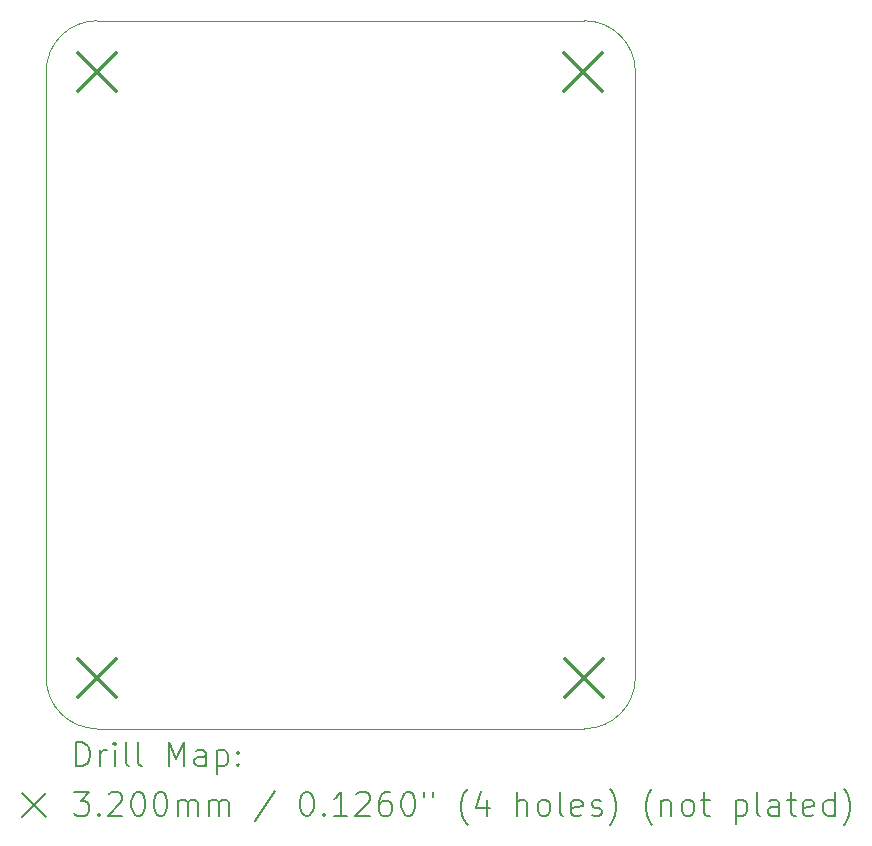
<source format=gbr>
%TF.GenerationSoftware,KiCad,Pcbnew,7.0.9*%
%TF.CreationDate,2023-12-28T10:44:23-05:00*%
%TF.ProjectId,esp32_sensor_node,65737033-325f-4736-956e-736f725f6e6f,rev?*%
%TF.SameCoordinates,Original*%
%TF.FileFunction,Drillmap*%
%TF.FilePolarity,Positive*%
%FSLAX45Y45*%
G04 Gerber Fmt 4.5, Leading zero omitted, Abs format (unit mm)*
G04 Created by KiCad (PCBNEW 7.0.9) date 2023-12-28 10:44:23*
%MOMM*%
%LPD*%
G01*
G04 APERTURE LIST*
%ADD10C,0.100000*%
%ADD11C,0.200000*%
%ADD12C,0.320000*%
G04 APERTURE END LIST*
D10*
X6995000Y-2438400D02*
G75*
G03*
X6563200Y-2006600I-431800J0D01*
G01*
X2006600Y-7569200D02*
X2006600Y-2438400D01*
X2438400Y-2006600D02*
G75*
G03*
X2006600Y-2438400I0J-431800D01*
G01*
X2006600Y-7569200D02*
G75*
G03*
X2438400Y-8001000I431800J0D01*
G01*
X6563200Y-2006600D02*
X2438400Y-2006600D01*
X6995000Y-7569200D02*
X6995000Y-2438400D01*
X2438400Y-8001000D02*
X6563200Y-8001000D01*
X6563200Y-8001000D02*
G75*
G03*
X6995000Y-7569200I0J431800D01*
G01*
D11*
D12*
X2278400Y-2278400D02*
X2598400Y-2598400D01*
X2598400Y-2278400D02*
X2278400Y-2598400D01*
X2278400Y-7409200D02*
X2598400Y-7729200D01*
X2598400Y-7409200D02*
X2278400Y-7729200D01*
X6393200Y-2278400D02*
X6713200Y-2598400D01*
X6713200Y-2278400D02*
X6393200Y-2598400D01*
X6403200Y-7409200D02*
X6723200Y-7729200D01*
X6723200Y-7409200D02*
X6403200Y-7729200D01*
D11*
X2262377Y-8317484D02*
X2262377Y-8117484D01*
X2262377Y-8117484D02*
X2309996Y-8117484D01*
X2309996Y-8117484D02*
X2338567Y-8127008D01*
X2338567Y-8127008D02*
X2357615Y-8146055D01*
X2357615Y-8146055D02*
X2367139Y-8165103D01*
X2367139Y-8165103D02*
X2376663Y-8203198D01*
X2376663Y-8203198D02*
X2376663Y-8231769D01*
X2376663Y-8231769D02*
X2367139Y-8269865D01*
X2367139Y-8269865D02*
X2357615Y-8288912D01*
X2357615Y-8288912D02*
X2338567Y-8307960D01*
X2338567Y-8307960D02*
X2309996Y-8317484D01*
X2309996Y-8317484D02*
X2262377Y-8317484D01*
X2462377Y-8317484D02*
X2462377Y-8184150D01*
X2462377Y-8222246D02*
X2471901Y-8203198D01*
X2471901Y-8203198D02*
X2481424Y-8193674D01*
X2481424Y-8193674D02*
X2500472Y-8184150D01*
X2500472Y-8184150D02*
X2519520Y-8184150D01*
X2586186Y-8317484D02*
X2586186Y-8184150D01*
X2586186Y-8117484D02*
X2576663Y-8127008D01*
X2576663Y-8127008D02*
X2586186Y-8136531D01*
X2586186Y-8136531D02*
X2595710Y-8127008D01*
X2595710Y-8127008D02*
X2586186Y-8117484D01*
X2586186Y-8117484D02*
X2586186Y-8136531D01*
X2709996Y-8317484D02*
X2690948Y-8307960D01*
X2690948Y-8307960D02*
X2681424Y-8288912D01*
X2681424Y-8288912D02*
X2681424Y-8117484D01*
X2814758Y-8317484D02*
X2795710Y-8307960D01*
X2795710Y-8307960D02*
X2786186Y-8288912D01*
X2786186Y-8288912D02*
X2786186Y-8117484D01*
X3043329Y-8317484D02*
X3043329Y-8117484D01*
X3043329Y-8117484D02*
X3109996Y-8260341D01*
X3109996Y-8260341D02*
X3176662Y-8117484D01*
X3176662Y-8117484D02*
X3176662Y-8317484D01*
X3357615Y-8317484D02*
X3357615Y-8212722D01*
X3357615Y-8212722D02*
X3348091Y-8193674D01*
X3348091Y-8193674D02*
X3329043Y-8184150D01*
X3329043Y-8184150D02*
X3290948Y-8184150D01*
X3290948Y-8184150D02*
X3271901Y-8193674D01*
X3357615Y-8307960D02*
X3338567Y-8317484D01*
X3338567Y-8317484D02*
X3290948Y-8317484D01*
X3290948Y-8317484D02*
X3271901Y-8307960D01*
X3271901Y-8307960D02*
X3262377Y-8288912D01*
X3262377Y-8288912D02*
X3262377Y-8269865D01*
X3262377Y-8269865D02*
X3271901Y-8250817D01*
X3271901Y-8250817D02*
X3290948Y-8241293D01*
X3290948Y-8241293D02*
X3338567Y-8241293D01*
X3338567Y-8241293D02*
X3357615Y-8231769D01*
X3452853Y-8184150D02*
X3452853Y-8384150D01*
X3452853Y-8193674D02*
X3471901Y-8184150D01*
X3471901Y-8184150D02*
X3509996Y-8184150D01*
X3509996Y-8184150D02*
X3529043Y-8193674D01*
X3529043Y-8193674D02*
X3538567Y-8203198D01*
X3538567Y-8203198D02*
X3548091Y-8222246D01*
X3548091Y-8222246D02*
X3548091Y-8279388D01*
X3548091Y-8279388D02*
X3538567Y-8298436D01*
X3538567Y-8298436D02*
X3529043Y-8307960D01*
X3529043Y-8307960D02*
X3509996Y-8317484D01*
X3509996Y-8317484D02*
X3471901Y-8317484D01*
X3471901Y-8317484D02*
X3452853Y-8307960D01*
X3633805Y-8298436D02*
X3643329Y-8307960D01*
X3643329Y-8307960D02*
X3633805Y-8317484D01*
X3633805Y-8317484D02*
X3624282Y-8307960D01*
X3624282Y-8307960D02*
X3633805Y-8298436D01*
X3633805Y-8298436D02*
X3633805Y-8317484D01*
X3633805Y-8193674D02*
X3643329Y-8203198D01*
X3643329Y-8203198D02*
X3633805Y-8212722D01*
X3633805Y-8212722D02*
X3624282Y-8203198D01*
X3624282Y-8203198D02*
X3633805Y-8193674D01*
X3633805Y-8193674D02*
X3633805Y-8212722D01*
X1801600Y-8546000D02*
X2001600Y-8746000D01*
X2001600Y-8546000D02*
X1801600Y-8746000D01*
X2243329Y-8537484D02*
X2367139Y-8537484D01*
X2367139Y-8537484D02*
X2300472Y-8613674D01*
X2300472Y-8613674D02*
X2329044Y-8613674D01*
X2329044Y-8613674D02*
X2348091Y-8623198D01*
X2348091Y-8623198D02*
X2357615Y-8632722D01*
X2357615Y-8632722D02*
X2367139Y-8651770D01*
X2367139Y-8651770D02*
X2367139Y-8699389D01*
X2367139Y-8699389D02*
X2357615Y-8718436D01*
X2357615Y-8718436D02*
X2348091Y-8727960D01*
X2348091Y-8727960D02*
X2329044Y-8737484D01*
X2329044Y-8737484D02*
X2271901Y-8737484D01*
X2271901Y-8737484D02*
X2252853Y-8727960D01*
X2252853Y-8727960D02*
X2243329Y-8718436D01*
X2452853Y-8718436D02*
X2462377Y-8727960D01*
X2462377Y-8727960D02*
X2452853Y-8737484D01*
X2452853Y-8737484D02*
X2443329Y-8727960D01*
X2443329Y-8727960D02*
X2452853Y-8718436D01*
X2452853Y-8718436D02*
X2452853Y-8737484D01*
X2538567Y-8556531D02*
X2548091Y-8547008D01*
X2548091Y-8547008D02*
X2567139Y-8537484D01*
X2567139Y-8537484D02*
X2614758Y-8537484D01*
X2614758Y-8537484D02*
X2633805Y-8547008D01*
X2633805Y-8547008D02*
X2643329Y-8556531D01*
X2643329Y-8556531D02*
X2652853Y-8575579D01*
X2652853Y-8575579D02*
X2652853Y-8594627D01*
X2652853Y-8594627D02*
X2643329Y-8623198D01*
X2643329Y-8623198D02*
X2529044Y-8737484D01*
X2529044Y-8737484D02*
X2652853Y-8737484D01*
X2776663Y-8537484D02*
X2795710Y-8537484D01*
X2795710Y-8537484D02*
X2814758Y-8547008D01*
X2814758Y-8547008D02*
X2824282Y-8556531D01*
X2824282Y-8556531D02*
X2833805Y-8575579D01*
X2833805Y-8575579D02*
X2843329Y-8613674D01*
X2843329Y-8613674D02*
X2843329Y-8661293D01*
X2843329Y-8661293D02*
X2833805Y-8699389D01*
X2833805Y-8699389D02*
X2824282Y-8718436D01*
X2824282Y-8718436D02*
X2814758Y-8727960D01*
X2814758Y-8727960D02*
X2795710Y-8737484D01*
X2795710Y-8737484D02*
X2776663Y-8737484D01*
X2776663Y-8737484D02*
X2757615Y-8727960D01*
X2757615Y-8727960D02*
X2748091Y-8718436D01*
X2748091Y-8718436D02*
X2738567Y-8699389D01*
X2738567Y-8699389D02*
X2729044Y-8661293D01*
X2729044Y-8661293D02*
X2729044Y-8613674D01*
X2729044Y-8613674D02*
X2738567Y-8575579D01*
X2738567Y-8575579D02*
X2748091Y-8556531D01*
X2748091Y-8556531D02*
X2757615Y-8547008D01*
X2757615Y-8547008D02*
X2776663Y-8537484D01*
X2967139Y-8537484D02*
X2986186Y-8537484D01*
X2986186Y-8537484D02*
X3005234Y-8547008D01*
X3005234Y-8547008D02*
X3014758Y-8556531D01*
X3014758Y-8556531D02*
X3024282Y-8575579D01*
X3024282Y-8575579D02*
X3033805Y-8613674D01*
X3033805Y-8613674D02*
X3033805Y-8661293D01*
X3033805Y-8661293D02*
X3024282Y-8699389D01*
X3024282Y-8699389D02*
X3014758Y-8718436D01*
X3014758Y-8718436D02*
X3005234Y-8727960D01*
X3005234Y-8727960D02*
X2986186Y-8737484D01*
X2986186Y-8737484D02*
X2967139Y-8737484D01*
X2967139Y-8737484D02*
X2948091Y-8727960D01*
X2948091Y-8727960D02*
X2938567Y-8718436D01*
X2938567Y-8718436D02*
X2929043Y-8699389D01*
X2929043Y-8699389D02*
X2919520Y-8661293D01*
X2919520Y-8661293D02*
X2919520Y-8613674D01*
X2919520Y-8613674D02*
X2929043Y-8575579D01*
X2929043Y-8575579D02*
X2938567Y-8556531D01*
X2938567Y-8556531D02*
X2948091Y-8547008D01*
X2948091Y-8547008D02*
X2967139Y-8537484D01*
X3119520Y-8737484D02*
X3119520Y-8604150D01*
X3119520Y-8623198D02*
X3129043Y-8613674D01*
X3129043Y-8613674D02*
X3148091Y-8604150D01*
X3148091Y-8604150D02*
X3176663Y-8604150D01*
X3176663Y-8604150D02*
X3195710Y-8613674D01*
X3195710Y-8613674D02*
X3205234Y-8632722D01*
X3205234Y-8632722D02*
X3205234Y-8737484D01*
X3205234Y-8632722D02*
X3214758Y-8613674D01*
X3214758Y-8613674D02*
X3233805Y-8604150D01*
X3233805Y-8604150D02*
X3262377Y-8604150D01*
X3262377Y-8604150D02*
X3281424Y-8613674D01*
X3281424Y-8613674D02*
X3290948Y-8632722D01*
X3290948Y-8632722D02*
X3290948Y-8737484D01*
X3386186Y-8737484D02*
X3386186Y-8604150D01*
X3386186Y-8623198D02*
X3395710Y-8613674D01*
X3395710Y-8613674D02*
X3414758Y-8604150D01*
X3414758Y-8604150D02*
X3443329Y-8604150D01*
X3443329Y-8604150D02*
X3462377Y-8613674D01*
X3462377Y-8613674D02*
X3471901Y-8632722D01*
X3471901Y-8632722D02*
X3471901Y-8737484D01*
X3471901Y-8632722D02*
X3481424Y-8613674D01*
X3481424Y-8613674D02*
X3500472Y-8604150D01*
X3500472Y-8604150D02*
X3529043Y-8604150D01*
X3529043Y-8604150D02*
X3548091Y-8613674D01*
X3548091Y-8613674D02*
X3557615Y-8632722D01*
X3557615Y-8632722D02*
X3557615Y-8737484D01*
X3948091Y-8527960D02*
X3776663Y-8785103D01*
X4205234Y-8537484D02*
X4224282Y-8537484D01*
X4224282Y-8537484D02*
X4243329Y-8547008D01*
X4243329Y-8547008D02*
X4252853Y-8556531D01*
X4252853Y-8556531D02*
X4262377Y-8575579D01*
X4262377Y-8575579D02*
X4271901Y-8613674D01*
X4271901Y-8613674D02*
X4271901Y-8661293D01*
X4271901Y-8661293D02*
X4262377Y-8699389D01*
X4262377Y-8699389D02*
X4252853Y-8718436D01*
X4252853Y-8718436D02*
X4243329Y-8727960D01*
X4243329Y-8727960D02*
X4224282Y-8737484D01*
X4224282Y-8737484D02*
X4205234Y-8737484D01*
X4205234Y-8737484D02*
X4186186Y-8727960D01*
X4186186Y-8727960D02*
X4176663Y-8718436D01*
X4176663Y-8718436D02*
X4167139Y-8699389D01*
X4167139Y-8699389D02*
X4157615Y-8661293D01*
X4157615Y-8661293D02*
X4157615Y-8613674D01*
X4157615Y-8613674D02*
X4167139Y-8575579D01*
X4167139Y-8575579D02*
X4176663Y-8556531D01*
X4176663Y-8556531D02*
X4186186Y-8547008D01*
X4186186Y-8547008D02*
X4205234Y-8537484D01*
X4357615Y-8718436D02*
X4367139Y-8727960D01*
X4367139Y-8727960D02*
X4357615Y-8737484D01*
X4357615Y-8737484D02*
X4348091Y-8727960D01*
X4348091Y-8727960D02*
X4357615Y-8718436D01*
X4357615Y-8718436D02*
X4357615Y-8737484D01*
X4557615Y-8737484D02*
X4443329Y-8737484D01*
X4500472Y-8737484D02*
X4500472Y-8537484D01*
X4500472Y-8537484D02*
X4481425Y-8566055D01*
X4481425Y-8566055D02*
X4462377Y-8585103D01*
X4462377Y-8585103D02*
X4443329Y-8594627D01*
X4633806Y-8556531D02*
X4643329Y-8547008D01*
X4643329Y-8547008D02*
X4662377Y-8537484D01*
X4662377Y-8537484D02*
X4709996Y-8537484D01*
X4709996Y-8537484D02*
X4729044Y-8547008D01*
X4729044Y-8547008D02*
X4738568Y-8556531D01*
X4738568Y-8556531D02*
X4748091Y-8575579D01*
X4748091Y-8575579D02*
X4748091Y-8594627D01*
X4748091Y-8594627D02*
X4738568Y-8623198D01*
X4738568Y-8623198D02*
X4624282Y-8737484D01*
X4624282Y-8737484D02*
X4748091Y-8737484D01*
X4919520Y-8537484D02*
X4881425Y-8537484D01*
X4881425Y-8537484D02*
X4862377Y-8547008D01*
X4862377Y-8547008D02*
X4852853Y-8556531D01*
X4852853Y-8556531D02*
X4833806Y-8585103D01*
X4833806Y-8585103D02*
X4824282Y-8623198D01*
X4824282Y-8623198D02*
X4824282Y-8699389D01*
X4824282Y-8699389D02*
X4833806Y-8718436D01*
X4833806Y-8718436D02*
X4843329Y-8727960D01*
X4843329Y-8727960D02*
X4862377Y-8737484D01*
X4862377Y-8737484D02*
X4900472Y-8737484D01*
X4900472Y-8737484D02*
X4919520Y-8727960D01*
X4919520Y-8727960D02*
X4929044Y-8718436D01*
X4929044Y-8718436D02*
X4938568Y-8699389D01*
X4938568Y-8699389D02*
X4938568Y-8651770D01*
X4938568Y-8651770D02*
X4929044Y-8632722D01*
X4929044Y-8632722D02*
X4919520Y-8623198D01*
X4919520Y-8623198D02*
X4900472Y-8613674D01*
X4900472Y-8613674D02*
X4862377Y-8613674D01*
X4862377Y-8613674D02*
X4843329Y-8623198D01*
X4843329Y-8623198D02*
X4833806Y-8632722D01*
X4833806Y-8632722D02*
X4824282Y-8651770D01*
X5062377Y-8537484D02*
X5081425Y-8537484D01*
X5081425Y-8537484D02*
X5100472Y-8547008D01*
X5100472Y-8547008D02*
X5109996Y-8556531D01*
X5109996Y-8556531D02*
X5119520Y-8575579D01*
X5119520Y-8575579D02*
X5129044Y-8613674D01*
X5129044Y-8613674D02*
X5129044Y-8661293D01*
X5129044Y-8661293D02*
X5119520Y-8699389D01*
X5119520Y-8699389D02*
X5109996Y-8718436D01*
X5109996Y-8718436D02*
X5100472Y-8727960D01*
X5100472Y-8727960D02*
X5081425Y-8737484D01*
X5081425Y-8737484D02*
X5062377Y-8737484D01*
X5062377Y-8737484D02*
X5043329Y-8727960D01*
X5043329Y-8727960D02*
X5033806Y-8718436D01*
X5033806Y-8718436D02*
X5024282Y-8699389D01*
X5024282Y-8699389D02*
X5014758Y-8661293D01*
X5014758Y-8661293D02*
X5014758Y-8613674D01*
X5014758Y-8613674D02*
X5024282Y-8575579D01*
X5024282Y-8575579D02*
X5033806Y-8556531D01*
X5033806Y-8556531D02*
X5043329Y-8547008D01*
X5043329Y-8547008D02*
X5062377Y-8537484D01*
X5205234Y-8537484D02*
X5205234Y-8575579D01*
X5281425Y-8537484D02*
X5281425Y-8575579D01*
X5576663Y-8813674D02*
X5567139Y-8804150D01*
X5567139Y-8804150D02*
X5548091Y-8775579D01*
X5548091Y-8775579D02*
X5538568Y-8756531D01*
X5538568Y-8756531D02*
X5529044Y-8727960D01*
X5529044Y-8727960D02*
X5519520Y-8680341D01*
X5519520Y-8680341D02*
X5519520Y-8642246D01*
X5519520Y-8642246D02*
X5529044Y-8594627D01*
X5529044Y-8594627D02*
X5538568Y-8566055D01*
X5538568Y-8566055D02*
X5548091Y-8547008D01*
X5548091Y-8547008D02*
X5567139Y-8518436D01*
X5567139Y-8518436D02*
X5576663Y-8508912D01*
X5738568Y-8604150D02*
X5738568Y-8737484D01*
X5690948Y-8527960D02*
X5643329Y-8670817D01*
X5643329Y-8670817D02*
X5767139Y-8670817D01*
X5995710Y-8737484D02*
X5995710Y-8537484D01*
X6081425Y-8737484D02*
X6081425Y-8632722D01*
X6081425Y-8632722D02*
X6071901Y-8613674D01*
X6071901Y-8613674D02*
X6052853Y-8604150D01*
X6052853Y-8604150D02*
X6024282Y-8604150D01*
X6024282Y-8604150D02*
X6005234Y-8613674D01*
X6005234Y-8613674D02*
X5995710Y-8623198D01*
X6205234Y-8737484D02*
X6186187Y-8727960D01*
X6186187Y-8727960D02*
X6176663Y-8718436D01*
X6176663Y-8718436D02*
X6167139Y-8699389D01*
X6167139Y-8699389D02*
X6167139Y-8642246D01*
X6167139Y-8642246D02*
X6176663Y-8623198D01*
X6176663Y-8623198D02*
X6186187Y-8613674D01*
X6186187Y-8613674D02*
X6205234Y-8604150D01*
X6205234Y-8604150D02*
X6233806Y-8604150D01*
X6233806Y-8604150D02*
X6252853Y-8613674D01*
X6252853Y-8613674D02*
X6262377Y-8623198D01*
X6262377Y-8623198D02*
X6271901Y-8642246D01*
X6271901Y-8642246D02*
X6271901Y-8699389D01*
X6271901Y-8699389D02*
X6262377Y-8718436D01*
X6262377Y-8718436D02*
X6252853Y-8727960D01*
X6252853Y-8727960D02*
X6233806Y-8737484D01*
X6233806Y-8737484D02*
X6205234Y-8737484D01*
X6386187Y-8737484D02*
X6367139Y-8727960D01*
X6367139Y-8727960D02*
X6357615Y-8708912D01*
X6357615Y-8708912D02*
X6357615Y-8537484D01*
X6538568Y-8727960D02*
X6519520Y-8737484D01*
X6519520Y-8737484D02*
X6481425Y-8737484D01*
X6481425Y-8737484D02*
X6462377Y-8727960D01*
X6462377Y-8727960D02*
X6452853Y-8708912D01*
X6452853Y-8708912D02*
X6452853Y-8632722D01*
X6452853Y-8632722D02*
X6462377Y-8613674D01*
X6462377Y-8613674D02*
X6481425Y-8604150D01*
X6481425Y-8604150D02*
X6519520Y-8604150D01*
X6519520Y-8604150D02*
X6538568Y-8613674D01*
X6538568Y-8613674D02*
X6548091Y-8632722D01*
X6548091Y-8632722D02*
X6548091Y-8651770D01*
X6548091Y-8651770D02*
X6452853Y-8670817D01*
X6624282Y-8727960D02*
X6643330Y-8737484D01*
X6643330Y-8737484D02*
X6681425Y-8737484D01*
X6681425Y-8737484D02*
X6700472Y-8727960D01*
X6700472Y-8727960D02*
X6709996Y-8708912D01*
X6709996Y-8708912D02*
X6709996Y-8699389D01*
X6709996Y-8699389D02*
X6700472Y-8680341D01*
X6700472Y-8680341D02*
X6681425Y-8670817D01*
X6681425Y-8670817D02*
X6652853Y-8670817D01*
X6652853Y-8670817D02*
X6633806Y-8661293D01*
X6633806Y-8661293D02*
X6624282Y-8642246D01*
X6624282Y-8642246D02*
X6624282Y-8632722D01*
X6624282Y-8632722D02*
X6633806Y-8613674D01*
X6633806Y-8613674D02*
X6652853Y-8604150D01*
X6652853Y-8604150D02*
X6681425Y-8604150D01*
X6681425Y-8604150D02*
X6700472Y-8613674D01*
X6776663Y-8813674D02*
X6786187Y-8804150D01*
X6786187Y-8804150D02*
X6805234Y-8775579D01*
X6805234Y-8775579D02*
X6814758Y-8756531D01*
X6814758Y-8756531D02*
X6824282Y-8727960D01*
X6824282Y-8727960D02*
X6833806Y-8680341D01*
X6833806Y-8680341D02*
X6833806Y-8642246D01*
X6833806Y-8642246D02*
X6824282Y-8594627D01*
X6824282Y-8594627D02*
X6814758Y-8566055D01*
X6814758Y-8566055D02*
X6805234Y-8547008D01*
X6805234Y-8547008D02*
X6786187Y-8518436D01*
X6786187Y-8518436D02*
X6776663Y-8508912D01*
X7138568Y-8813674D02*
X7129044Y-8804150D01*
X7129044Y-8804150D02*
X7109996Y-8775579D01*
X7109996Y-8775579D02*
X7100472Y-8756531D01*
X7100472Y-8756531D02*
X7090949Y-8727960D01*
X7090949Y-8727960D02*
X7081425Y-8680341D01*
X7081425Y-8680341D02*
X7081425Y-8642246D01*
X7081425Y-8642246D02*
X7090949Y-8594627D01*
X7090949Y-8594627D02*
X7100472Y-8566055D01*
X7100472Y-8566055D02*
X7109996Y-8547008D01*
X7109996Y-8547008D02*
X7129044Y-8518436D01*
X7129044Y-8518436D02*
X7138568Y-8508912D01*
X7214758Y-8604150D02*
X7214758Y-8737484D01*
X7214758Y-8623198D02*
X7224282Y-8613674D01*
X7224282Y-8613674D02*
X7243330Y-8604150D01*
X7243330Y-8604150D02*
X7271901Y-8604150D01*
X7271901Y-8604150D02*
X7290949Y-8613674D01*
X7290949Y-8613674D02*
X7300472Y-8632722D01*
X7300472Y-8632722D02*
X7300472Y-8737484D01*
X7424282Y-8737484D02*
X7405234Y-8727960D01*
X7405234Y-8727960D02*
X7395711Y-8718436D01*
X7395711Y-8718436D02*
X7386187Y-8699389D01*
X7386187Y-8699389D02*
X7386187Y-8642246D01*
X7386187Y-8642246D02*
X7395711Y-8623198D01*
X7395711Y-8623198D02*
X7405234Y-8613674D01*
X7405234Y-8613674D02*
X7424282Y-8604150D01*
X7424282Y-8604150D02*
X7452853Y-8604150D01*
X7452853Y-8604150D02*
X7471901Y-8613674D01*
X7471901Y-8613674D02*
X7481425Y-8623198D01*
X7481425Y-8623198D02*
X7490949Y-8642246D01*
X7490949Y-8642246D02*
X7490949Y-8699389D01*
X7490949Y-8699389D02*
X7481425Y-8718436D01*
X7481425Y-8718436D02*
X7471901Y-8727960D01*
X7471901Y-8727960D02*
X7452853Y-8737484D01*
X7452853Y-8737484D02*
X7424282Y-8737484D01*
X7548092Y-8604150D02*
X7624282Y-8604150D01*
X7576663Y-8537484D02*
X7576663Y-8708912D01*
X7576663Y-8708912D02*
X7586187Y-8727960D01*
X7586187Y-8727960D02*
X7605234Y-8737484D01*
X7605234Y-8737484D02*
X7624282Y-8737484D01*
X7843330Y-8604150D02*
X7843330Y-8804150D01*
X7843330Y-8613674D02*
X7862377Y-8604150D01*
X7862377Y-8604150D02*
X7900473Y-8604150D01*
X7900473Y-8604150D02*
X7919520Y-8613674D01*
X7919520Y-8613674D02*
X7929044Y-8623198D01*
X7929044Y-8623198D02*
X7938568Y-8642246D01*
X7938568Y-8642246D02*
X7938568Y-8699389D01*
X7938568Y-8699389D02*
X7929044Y-8718436D01*
X7929044Y-8718436D02*
X7919520Y-8727960D01*
X7919520Y-8727960D02*
X7900473Y-8737484D01*
X7900473Y-8737484D02*
X7862377Y-8737484D01*
X7862377Y-8737484D02*
X7843330Y-8727960D01*
X8052853Y-8737484D02*
X8033806Y-8727960D01*
X8033806Y-8727960D02*
X8024282Y-8708912D01*
X8024282Y-8708912D02*
X8024282Y-8537484D01*
X8214758Y-8737484D02*
X8214758Y-8632722D01*
X8214758Y-8632722D02*
X8205234Y-8613674D01*
X8205234Y-8613674D02*
X8186187Y-8604150D01*
X8186187Y-8604150D02*
X8148092Y-8604150D01*
X8148092Y-8604150D02*
X8129044Y-8613674D01*
X8214758Y-8727960D02*
X8195711Y-8737484D01*
X8195711Y-8737484D02*
X8148092Y-8737484D01*
X8148092Y-8737484D02*
X8129044Y-8727960D01*
X8129044Y-8727960D02*
X8119520Y-8708912D01*
X8119520Y-8708912D02*
X8119520Y-8689865D01*
X8119520Y-8689865D02*
X8129044Y-8670817D01*
X8129044Y-8670817D02*
X8148092Y-8661293D01*
X8148092Y-8661293D02*
X8195711Y-8661293D01*
X8195711Y-8661293D02*
X8214758Y-8651770D01*
X8281425Y-8604150D02*
X8357615Y-8604150D01*
X8309996Y-8537484D02*
X8309996Y-8708912D01*
X8309996Y-8708912D02*
X8319520Y-8727960D01*
X8319520Y-8727960D02*
X8338568Y-8737484D01*
X8338568Y-8737484D02*
X8357615Y-8737484D01*
X8500473Y-8727960D02*
X8481425Y-8737484D01*
X8481425Y-8737484D02*
X8443330Y-8737484D01*
X8443330Y-8737484D02*
X8424282Y-8727960D01*
X8424282Y-8727960D02*
X8414758Y-8708912D01*
X8414758Y-8708912D02*
X8414758Y-8632722D01*
X8414758Y-8632722D02*
X8424282Y-8613674D01*
X8424282Y-8613674D02*
X8443330Y-8604150D01*
X8443330Y-8604150D02*
X8481425Y-8604150D01*
X8481425Y-8604150D02*
X8500473Y-8613674D01*
X8500473Y-8613674D02*
X8509996Y-8632722D01*
X8509996Y-8632722D02*
X8509996Y-8651770D01*
X8509996Y-8651770D02*
X8414758Y-8670817D01*
X8681425Y-8737484D02*
X8681425Y-8537484D01*
X8681425Y-8727960D02*
X8662377Y-8737484D01*
X8662377Y-8737484D02*
X8624282Y-8737484D01*
X8624282Y-8737484D02*
X8605235Y-8727960D01*
X8605235Y-8727960D02*
X8595711Y-8718436D01*
X8595711Y-8718436D02*
X8586187Y-8699389D01*
X8586187Y-8699389D02*
X8586187Y-8642246D01*
X8586187Y-8642246D02*
X8595711Y-8623198D01*
X8595711Y-8623198D02*
X8605235Y-8613674D01*
X8605235Y-8613674D02*
X8624282Y-8604150D01*
X8624282Y-8604150D02*
X8662377Y-8604150D01*
X8662377Y-8604150D02*
X8681425Y-8613674D01*
X8757616Y-8813674D02*
X8767139Y-8804150D01*
X8767139Y-8804150D02*
X8786187Y-8775579D01*
X8786187Y-8775579D02*
X8795711Y-8756531D01*
X8795711Y-8756531D02*
X8805235Y-8727960D01*
X8805235Y-8727960D02*
X8814758Y-8680341D01*
X8814758Y-8680341D02*
X8814758Y-8642246D01*
X8814758Y-8642246D02*
X8805235Y-8594627D01*
X8805235Y-8594627D02*
X8795711Y-8566055D01*
X8795711Y-8566055D02*
X8786187Y-8547008D01*
X8786187Y-8547008D02*
X8767139Y-8518436D01*
X8767139Y-8518436D02*
X8757616Y-8508912D01*
M02*

</source>
